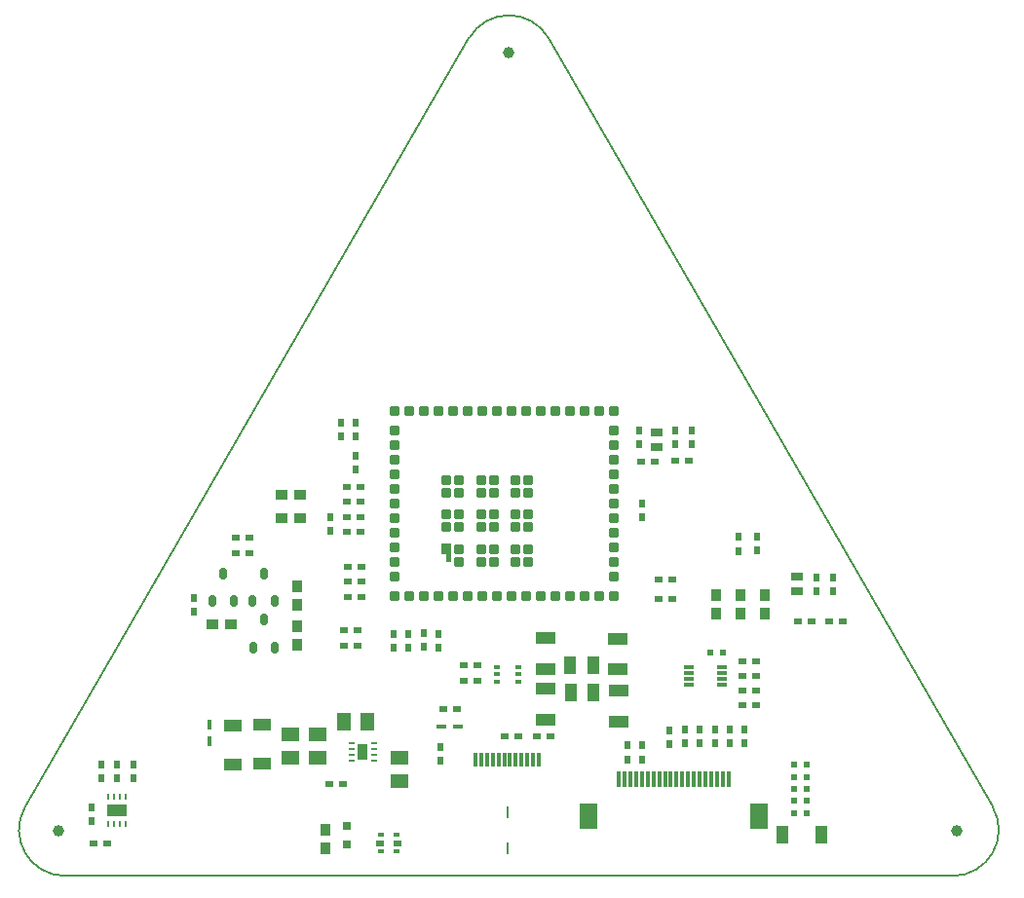
<source format=gtp>
G04*
G04 #@! TF.GenerationSoftware,Altium Limited,Altium Designer,19.0.12 (326)*
G04*
G04 Layer_Color=8421504*
%FSLAX44Y44*%
%MOMM*%
G71*
G01*
G75*
%ADD16C,0.1270*%
G04:AMPARAMS|DCode=23|XSize=0.89mm|YSize=0.89mm|CornerRadius=0.2225mm|HoleSize=0mm|Usage=FLASHONLY|Rotation=90.000|XOffset=0mm|YOffset=0mm|HoleType=Round|Shape=RoundedRectangle|*
%AMROUNDEDRECTD23*
21,1,0.8900,0.4450,0,0,90.0*
21,1,0.4450,0.8900,0,0,90.0*
1,1,0.4450,0.2225,0.2225*
1,1,0.4450,0.2225,-0.2225*
1,1,0.4450,-0.2225,-0.2225*
1,1,0.4450,-0.2225,0.2225*
%
%ADD23ROUNDEDRECTD23*%
%ADD24R,0.8540X1.4660*%
%ADD25R,1.0000X0.9500*%
%ADD26R,0.9500X1.0000*%
%ADD27R,0.5000X0.4000*%
%ADD28R,0.8000X0.6000*%
%ADD29R,0.6000X0.8000*%
%ADD30R,1.7000X1.1000*%
%ADD31R,0.9000X0.3000*%
%ADD32R,0.5588X0.5588*%
%ADD33R,1.0000X1.6002*%
%ADD34R,1.7000X1.0000*%
%ADD35R,0.2500X0.5500*%
%ADD36R,0.3000X1.4000*%
%ADD37R,1.6000X2.2000*%
%ADD38C,1.0000*%
%ADD39R,1.1000X1.6000*%
G04:AMPARAMS|DCode=40|XSize=0.6mm|YSize=1mm|CornerRadius=0.15mm|HoleSize=0mm|Usage=FLASHONLY|Rotation=180.000|XOffset=0mm|YOffset=0mm|HoleType=Round|Shape=RoundedRectangle|*
%AMROUNDEDRECTD40*
21,1,0.6000,0.7000,0,0,180.0*
21,1,0.3000,1.0000,0,0,180.0*
1,1,0.3000,-0.1500,0.3500*
1,1,0.3000,0.1500,0.3500*
1,1,0.3000,0.1500,-0.3500*
1,1,0.3000,-0.1500,-0.3500*
%
%ADD40ROUNDEDRECTD40*%
%ADD41R,0.4500X0.8500*%
%ADD42R,1.6000X1.1000*%
%ADD43R,0.8500X0.4500*%
%ADD44R,1.0000X0.7000*%
%ADD45R,0.8000X0.8000*%
%ADD46R,0.3000X1.2000*%
%ADD47R,0.2000X1.0000*%
%ADD48R,0.5500X0.4000*%
%ADD49R,0.7000X0.5000*%
%ADD50R,1.6002X1.2700*%
G04:AMPARAMS|DCode=51|XSize=0.8mm|YSize=0.8mm|CornerRadius=0.049mm|HoleSize=0mm|Usage=FLASHONLY|Rotation=0.000|XOffset=0mm|YOffset=0mm|HoleType=Round|Shape=RoundedRectangle|*
%AMROUNDEDRECTD51*
21,1,0.8000,0.7020,0,0,0.0*
21,1,0.7020,0.8000,0,0,0.0*
1,1,0.0980,0.3510,-0.3510*
1,1,0.0980,-0.3510,-0.3510*
1,1,0.0980,-0.3510,0.3510*
1,1,0.0980,0.3510,0.3510*
%
%ADD51ROUNDEDRECTD51*%
G04:AMPARAMS|DCode=52|XSize=0.8mm|YSize=0.8mm|CornerRadius=0.049mm|HoleSize=0mm|Usage=FLASHONLY|Rotation=90.000|XOffset=0mm|YOffset=0mm|HoleType=Round|Shape=RoundedRectangle|*
%AMROUNDEDRECTD52*
21,1,0.8000,0.7020,0,0,90.0*
21,1,0.7020,0.8000,0,0,90.0*
1,1,0.0980,0.3510,0.3510*
1,1,0.0980,0.3510,-0.3510*
1,1,0.0980,-0.3510,-0.3510*
1,1,0.0980,-0.3510,0.3510*
%
%ADD52ROUNDEDRECTD52*%
G04:AMPARAMS|DCode=53|XSize=0.25mm|YSize=0.5mm|CornerRadius=0.05mm|HoleSize=0mm|Usage=FLASHONLY|Rotation=270.000|XOffset=0mm|YOffset=0mm|HoleType=Round|Shape=RoundedRectangle|*
%AMROUNDEDRECTD53*
21,1,0.2500,0.4000,0,0,270.0*
21,1,0.1500,0.5000,0,0,270.0*
1,1,0.1000,-0.2000,-0.0750*
1,1,0.1000,-0.2000,0.0750*
1,1,0.1000,0.2000,0.0750*
1,1,0.1000,0.2000,-0.0750*
%
%ADD53ROUNDEDRECTD53*%
%ADD54R,1.2700X1.6002*%
G36*
X58501Y21977D02*
Y12973D01*
X42494D01*
Y21977D01*
X58501D01*
D02*
G37*
G36*
X340850Y233824D02*
X337350D01*
X337251D01*
X337067Y233900D01*
X336926Y234041D01*
X336850Y234225D01*
Y234324D01*
D01*
Y239824D01*
X336840Y239922D01*
X336766Y240102D01*
X336628Y240240D01*
X336448Y240314D01*
X336350Y240324D01*
D01*
X332950D01*
X332851D01*
X332667Y240400D01*
X332526Y240541D01*
X332450Y240725D01*
Y240824D01*
D01*
Y248724D01*
Y248824D01*
X332526Y249007D01*
X332667Y249148D01*
X332851Y249224D01*
X332950D01*
D01*
X340850D01*
X340950D01*
X341133Y249148D01*
X341274Y249007D01*
X341350Y248824D01*
Y248724D01*
D01*
Y234324D01*
Y234225D01*
X341274Y234041D01*
X341133Y233900D01*
X340950Y233824D01*
X340850D01*
D01*
D02*
G37*
D16*
X-29238Y20553D02*
G03*
X5403Y-39447I34641J-20000D01*
G01*
X425762Y688636D02*
G03*
X356480Y688636I-34641J-20000D01*
G01*
X776839Y-39447D02*
G03*
X811480Y20553I0J40000D01*
G01*
X-29238D02*
X356480Y688636D01*
X425762D02*
X811480Y20553D01*
X434675Y-39447D02*
X776839D01*
X5403D02*
X434675D01*
D23*
X407850Y304824D02*
D03*
Y293824D02*
D03*
X396850Y304824D02*
D03*
Y293824D02*
D03*
X407850Y274824D02*
D03*
Y263824D02*
D03*
X396850Y274824D02*
D03*
Y263824D02*
D03*
X407850Y244824D02*
D03*
Y233824D02*
D03*
X396850Y244824D02*
D03*
Y233824D02*
D03*
X377850Y304824D02*
D03*
Y293824D02*
D03*
X366850Y304824D02*
D03*
Y293824D02*
D03*
X377850Y274824D02*
D03*
Y263824D02*
D03*
X366850Y274824D02*
D03*
Y263824D02*
D03*
X377850Y244824D02*
D03*
Y233824D02*
D03*
X366850Y244824D02*
D03*
Y233824D02*
D03*
X347850Y304824D02*
D03*
Y293824D02*
D03*
X336850Y304824D02*
D03*
Y293824D02*
D03*
Y263824D02*
D03*
Y274824D02*
D03*
X347850Y263824D02*
D03*
Y274824D02*
D03*
Y244824D02*
D03*
Y233824D02*
D03*
D24*
X264160Y68174D02*
D03*
D25*
X193930Y271624D02*
D03*
X209930D02*
D03*
X193930Y291846D02*
D03*
X209930D02*
D03*
X149478Y179324D02*
D03*
X133478D02*
D03*
D26*
X571246Y188596D02*
D03*
Y204596D02*
D03*
X613156Y188596D02*
D03*
Y204596D02*
D03*
X592582Y188596D02*
D03*
Y204596D02*
D03*
X206756Y177164D02*
D03*
Y161164D02*
D03*
X206756Y211962D02*
D03*
Y195962D02*
D03*
X231902Y-15244D02*
D03*
Y756D02*
D03*
D27*
X399390Y142390D02*
D03*
Y135890D02*
D03*
Y129390D02*
D03*
X380390D02*
D03*
Y135890D02*
D03*
Y142390D02*
D03*
D28*
X262286Y272700D02*
D03*
X250286D02*
D03*
X606210Y108664D02*
D03*
X594210D02*
D03*
X606298Y147068D02*
D03*
X594298D02*
D03*
X594044Y134112D02*
D03*
X606044D02*
D03*
X594298Y121412D02*
D03*
X606298D02*
D03*
X364056Y129794D02*
D03*
X352056D02*
D03*
X364056Y143438D02*
D03*
X352056D02*
D03*
X263048Y229055D02*
D03*
X251048D02*
D03*
X263066Y216101D02*
D03*
X251066D02*
D03*
X263048Y202543D02*
D03*
X251048D02*
D03*
X262299Y298958D02*
D03*
X250299D02*
D03*
X262286Y286004D02*
D03*
X250286D02*
D03*
X262286Y259588D02*
D03*
X250286D02*
D03*
X533050Y217879D02*
D03*
X521050D02*
D03*
X518318Y320802D02*
D03*
X506318D02*
D03*
X415452Y82042D02*
D03*
X427452D02*
D03*
X247492Y160528D02*
D03*
X259492D02*
D03*
X247492Y173736D02*
D03*
X259492D02*
D03*
X521050Y200861D02*
D03*
X533050D02*
D03*
X681386Y181610D02*
D03*
X669386D02*
D03*
X547274Y321056D02*
D03*
X535274D02*
D03*
X387446Y82042D02*
D03*
X399446D02*
D03*
X333852Y105410D02*
D03*
X345852D02*
D03*
X642462Y181610D02*
D03*
X654462D02*
D03*
X235300Y40488D02*
D03*
X247300D02*
D03*
X42068Y-11430D02*
D03*
X30068D02*
D03*
X154020Y241300D02*
D03*
X166020D02*
D03*
X154020Y254508D02*
D03*
X166020D02*
D03*
D29*
X556768Y87692D02*
D03*
Y75692D02*
D03*
X595630Y88042D02*
D03*
Y76042D02*
D03*
X582676Y88042D02*
D03*
Y76042D02*
D03*
X569976Y87788D02*
D03*
Y75788D02*
D03*
X543902Y87534D02*
D03*
Y75534D02*
D03*
X531016Y87280D02*
D03*
Y75280D02*
D03*
X507238Y73817D02*
D03*
Y61817D02*
D03*
X494036Y73817D02*
D03*
Y61817D02*
D03*
X504444Y335630D02*
D03*
Y347630D02*
D03*
X258366Y325471D02*
D03*
Y313471D02*
D03*
Y342654D02*
D03*
Y354654D02*
D03*
X606795Y255340D02*
D03*
Y243340D02*
D03*
X658622Y207614D02*
D03*
Y219614D02*
D03*
X549656Y347630D02*
D03*
Y335630D02*
D03*
X317246Y159354D02*
D03*
Y171354D02*
D03*
X331216Y72548D02*
D03*
Y60548D02*
D03*
X235712Y272700D02*
D03*
Y260700D02*
D03*
X245412Y342908D02*
D03*
Y354908D02*
D03*
X590296Y255015D02*
D03*
Y243015D02*
D03*
X672592Y219614D02*
D03*
Y207614D02*
D03*
X535432Y335630D02*
D03*
Y347630D02*
D03*
X290830Y159100D02*
D03*
Y171100D02*
D03*
X506830Y284130D02*
D03*
Y272130D02*
D03*
X28911Y20449D02*
D03*
Y8449D02*
D03*
X36785Y45437D02*
D03*
Y57437D02*
D03*
X64979Y45437D02*
D03*
Y57437D02*
D03*
X117348Y190088D02*
D03*
Y202088D02*
D03*
X50755Y45437D02*
D03*
Y57437D02*
D03*
X329946Y159100D02*
D03*
Y171100D02*
D03*
X303784Y159100D02*
D03*
Y171100D02*
D03*
D30*
X486410Y94958D02*
D03*
Y121958D02*
D03*
X423074Y96520D02*
D03*
Y123520D02*
D03*
X485648Y166916D02*
D03*
Y139916D02*
D03*
X423164Y167170D02*
D03*
Y140170D02*
D03*
D31*
X576356Y141818D02*
D03*
Y136818D02*
D03*
Y131818D02*
D03*
Y126818D02*
D03*
X547356D02*
D03*
Y131818D02*
D03*
Y136818D02*
D03*
Y141818D02*
D03*
D32*
X566174Y154892D02*
D03*
X576842D02*
D03*
X649986Y56896D02*
D03*
X639318D02*
D03*
Y36068D02*
D03*
X649986D02*
D03*
X639318Y46482D02*
D03*
X649986D02*
D03*
X639318Y25654D02*
D03*
X649986D02*
D03*
X639318Y15240D02*
D03*
X649986D02*
D03*
D33*
X464566Y119634D02*
D03*
X444754D02*
D03*
X464312Y143510D02*
D03*
X444500D02*
D03*
D34*
X50501Y17473D02*
D03*
D35*
X43001Y5723D02*
D03*
X48001D02*
D03*
X53001D02*
D03*
X58001D02*
D03*
X43001Y29223D02*
D03*
X48001D02*
D03*
X53001D02*
D03*
X58001D02*
D03*
D36*
X581830Y44254D02*
D03*
X576830D02*
D03*
X571830D02*
D03*
X566830D02*
D03*
X561830D02*
D03*
X556830D02*
D03*
X551830D02*
D03*
X546830D02*
D03*
X541830D02*
D03*
X536830D02*
D03*
X486830D02*
D03*
X491830D02*
D03*
X496830D02*
D03*
X501830D02*
D03*
X506830D02*
D03*
X511830D02*
D03*
X516830D02*
D03*
X521830D02*
D03*
X526830D02*
D03*
X531830D02*
D03*
D37*
X460330Y12754D02*
D03*
X608330D02*
D03*
D38*
X390652Y675894D02*
D03*
X0Y0D02*
D03*
X780034Y-254D02*
D03*
D39*
X662922Y-3810D02*
D03*
X628922D02*
D03*
D40*
X178562Y183100D02*
D03*
X188062Y159100D02*
D03*
X169062D02*
D03*
X178054Y223582D02*
D03*
X187554Y199582D02*
D03*
X168554D02*
D03*
X133502D02*
D03*
X152502D02*
D03*
X143002Y223582D02*
D03*
D41*
X131064Y91832D02*
D03*
Y77332D02*
D03*
D42*
X151638Y57524D02*
D03*
Y91524D02*
D03*
X176276Y91874D02*
D03*
Y57874D02*
D03*
D43*
X346848Y90678D02*
D03*
X332348D02*
D03*
D44*
X641858Y220876D02*
D03*
Y207876D02*
D03*
X519430Y346098D02*
D03*
Y333098D02*
D03*
D45*
X250698Y-12314D02*
D03*
Y4186D02*
D03*
D46*
X362136Y61332D02*
D03*
X367136D02*
D03*
X372136D02*
D03*
X377136D02*
D03*
X382136D02*
D03*
X387136D02*
D03*
X397136D02*
D03*
X402136D02*
D03*
X407136D02*
D03*
X392136D02*
D03*
X412136D02*
D03*
X417136D02*
D03*
D47*
X389636Y-15468D02*
D03*
Y15532D02*
D03*
D48*
X293650Y-18426D02*
D03*
Y-3926D02*
D03*
X280150Y-18426D02*
D03*
Y-3926D02*
D03*
D49*
X294400Y-11176D02*
D03*
X279400D02*
D03*
D50*
X225298Y63348D02*
D03*
Y83668D02*
D03*
X295656Y43282D02*
D03*
Y63602D02*
D03*
X200914Y63348D02*
D03*
Y83668D02*
D03*
D51*
X292110Y347824D02*
D03*
Y335124D02*
D03*
Y322424D02*
D03*
Y309724D02*
D03*
Y297024D02*
D03*
Y284324D02*
D03*
Y271624D02*
D03*
Y258924D02*
D03*
Y246224D02*
D03*
Y233524D02*
D03*
Y220824D02*
D03*
X482590D02*
D03*
Y233524D02*
D03*
Y246224D02*
D03*
Y258924D02*
D03*
Y271624D02*
D03*
Y284324D02*
D03*
Y297024D02*
D03*
Y309724D02*
D03*
Y322424D02*
D03*
Y335124D02*
D03*
Y347824D02*
D03*
D52*
Y203824D02*
D03*
X469900D02*
D03*
X457200D02*
D03*
X444500D02*
D03*
X431800D02*
D03*
X419100D02*
D03*
X406400D02*
D03*
X393700D02*
D03*
X381000D02*
D03*
X368300D02*
D03*
X355600D02*
D03*
X342900D02*
D03*
X330200D02*
D03*
X317500D02*
D03*
X304800D02*
D03*
X292110D02*
D03*
Y364824D02*
D03*
X304800D02*
D03*
X317500D02*
D03*
X330200D02*
D03*
X342900D02*
D03*
X355600D02*
D03*
X368300D02*
D03*
X381000D02*
D03*
X393700D02*
D03*
X406400D02*
D03*
X419100D02*
D03*
X431800D02*
D03*
X444500D02*
D03*
X457200D02*
D03*
X469900D02*
D03*
X482590D02*
D03*
D53*
X273660Y60674D02*
D03*
Y65674D02*
D03*
Y70674D02*
D03*
Y75674D02*
D03*
X254660D02*
D03*
Y70674D02*
D03*
Y65674D02*
D03*
Y60674D02*
D03*
D54*
X268224Y94742D02*
D03*
X247904D02*
D03*
M02*

</source>
